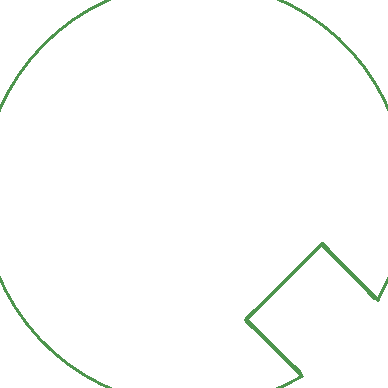
<source format=gko>
G04 Layer: BoardOutlineLayer*
G04 EasyEDA v6.5.5, 2022-05-23 17:46:57*
G04 b170b76dcbfd4e769ccdd405e25ecab7,c17a8ced473b4d519dda31697e0e54b6,10*
G04 Gerber Generator version 0.2*
G04 Scale: 100 percent, Rotated: No, Reflected: No *
G04 Dimensions in inches *
G04 leading zeros omitted , absolute positions ,3 integer and 6 decimal *
%FSLAX36Y36*%
%MOIN*%

%ADD10C,0.0084*%
%ADD11C,0.0100*%
D10*
X620988Y-428149D02*
G01*
X620988Y-428149D01*
X433189Y-240349D01*
X433189Y-237449D01*
X687389Y16050D01*
X875088Y-171649D01*
G75*
G01*
X620989Y-428149D02*
G02*
X875089Y-171649I-358192J608952D01*
D11*
X684050Y12691D02*
G01*
X436284Y-235073D01*
X436383Y-235172D02*
G01*
X614988Y-413776D01*
X684539Y12140D02*
G01*
X862722Y-166043D01*

%LPD*%
M02*

</source>
